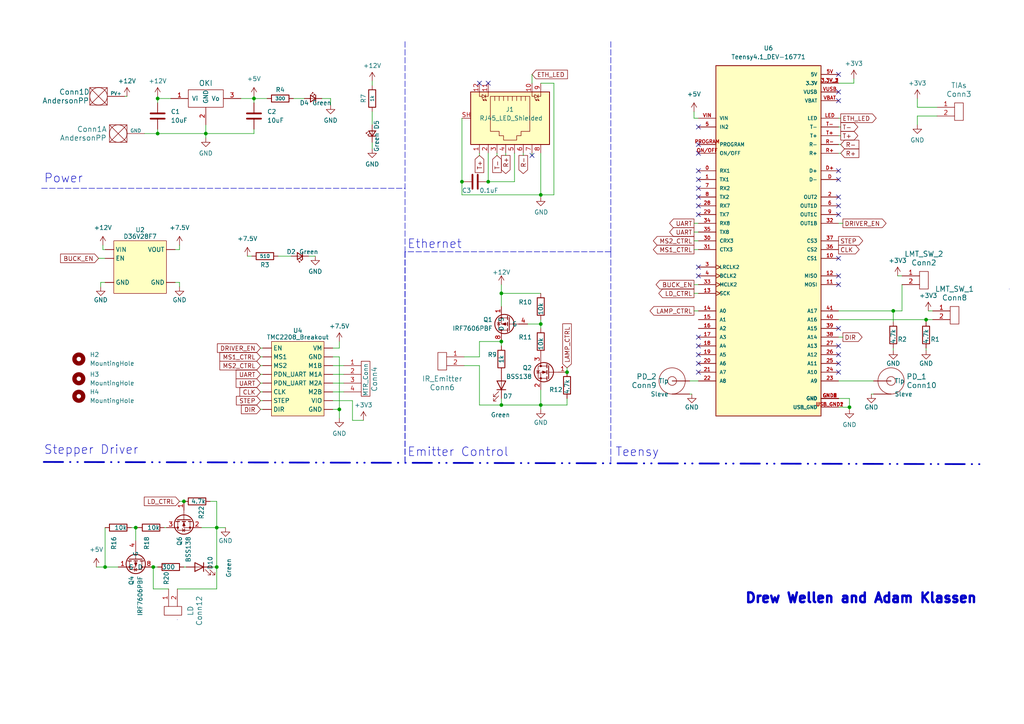
<source format=kicad_sch>
(kicad_sch (version 20230121) (generator eeschema)
  (paper "A4")
  (title_block (title "FTIR Spectrometer Boards") (date "2023-09-23") (rev "2024_Rev1") (company "Mars Rover Design Team"))
  (lib_symbols
    (symbol "BSS138_4" (pin_names hide)
      (property "Reference" "Q" (at 5.08 1.905 0))
      (property "Value" "BSS138_4" (at 5.08 0 0))
      (symbol "BSS138_4_1_1"
        (pin input line (at -5.08 0 0) (length 2.54) (name "G") (number "1"))
        (pin passive line (at 2.54 -5.08 90) (length 2.54) (name "S") (number "2"))
        (pin passive line (at 2.54 5.08 270) (length 2.54) (name "D") (number "3"))
      )
    )
    (symbol "Connector:RJ45_LED_Shielded" (pin_names (offset 1.016))
      (property "Reference" "J" (at -5.08 13.97 0))
      (property "Value" "RJ45_LED_Shielded" (at 1.27 13.97 0))
      (symbol "RJ45_LED_Shielded_1_1"
        (pin passive line (at 10.16 -7.62 180) (length 2.54) (name "~") (number "1"))
        (pin passive line (at -10.16 7.62 0) (length 2.54) (name "~") (number "10"))
        (pin passive line (at -10.16 -5.08 0) (length 2.54) (name "~") (number "11"))
        (pin passive line (at -10.16 -7.62 0) (length 2.54) (name "~") (number "12"))
        (pin passive line (at 10.16 -5.08 180) (length 2.54) (name "~") (number "2"))
        (pin passive line (at 10.16 -2.54 180) (length 2.54) (name "~") (number "3"))
        (pin passive line (at 10.16 0 180) (length 2.54) (name "~") (number "4"))
        (pin passive line (at 10.16 2.54 180) (length 2.54) (name "~") (number "5"))
        (pin passive line (at 10.16 5.08 180) (length 2.54) (name "~") (number "6"))
        (pin passive line (at 10.16 7.62 180) (length 2.54) (name "~") (number "7"))
        (pin passive line (at 10.16 10.16 180) (length 2.54) (name "~") (number "8"))
        (pin passive line (at -10.16 10.16 0) (length 2.54) (name "~") (number "9"))
        (pin passive line (at 0 -12.7 90) (length 2.54) (name "~") (number "SH"))
      )
    )
    (symbol "Device:C" (pin_numbers hide) (pin_names (offset 0.254))
      (property "Reference" "C" (at 0.635 2.54 0))
      (property "Value" "C" (at 0.635 -2.54 0))
      (symbol "C_1_1"
        (pin passive line (at 0 3.81 270) (length 2.794) (name "~") (number "1"))
        (pin passive line (at 0 -3.81 90) (length 2.794) (name "~") (number "2"))
      )
    )
    (symbol "Device:LED" (pin_numbers hide) (pin_names (offset 1.016) hide)
      (property "Reference" "D" (at 0 2.54 0))
      (property "Value" "LED" (at 0 -2.54 0))
      (symbol "LED_1_1"
        (pin passive line (at -3.81 0 0) (length 2.54) (name "K") (number "1"))
        (pin passive line (at 3.81 0 180) (length 2.54) (name "A") (number "2"))
      )
    )
    (symbol "Device:LED_Small" (pin_numbers hide) (pin_names (offset 0.254) hide)
      (property "Reference" "D" (at -1.27 3.175 0))
      (property "Value" "LED_Small" (at -4.445 -2.54 0))
      (symbol "LED_Small_1_1"
        (pin passive line (at -2.54 0 0) (length 1.778) (name "K") (number "1"))
        (pin passive line (at 2.54 0 180) (length 1.778) (name "A") (number "2"))
      )
    )
    (symbol "Device:R" (pin_numbers hide) (pin_names (offset 0))
      (property "Reference" "R" (at 2.032 0 90))
      (property "Value" "R" (at 0 0 90))
      (symbol "R_1_1"
        (pin passive line (at 0 3.81 270) (length 1.27) (name "~") (number "1"))
        (pin passive line (at 0 -3.81 90) (length 1.27) (name "~") (number "2"))
      )
    )
    (symbol "MRDT_Connectors:AndersonPP" (pin_numbers hide) (pin_names (offset 0))
      (property "Reference" "Conn" (at 3.81 -1.27 0))
      (property "Value" "AndersonPP" (at 2.54 6.35 0))
      (symbol "AndersonPP_1_1"
        (pin input line (at 10.16 2.54 180) (length 5.08) (name "GND") (number "1"))
      )
      (symbol "AndersonPP_2_1"
        (pin input line (at 10.16 2.54 180) (length 5.08) (name "V+Log") (number "2"))
      )
      (symbol "AndersonPP_3_1"
        (pin input line (at 10.16 2.54 180) (length 5.08) (name "V+Act") (number "3"))
      )
      (symbol "AndersonPP_4_1"
        (pin input line (at 10.16 2.54 180) (length 5.08) (name "PV+") (number "4"))
      )
      (symbol "AndersonPP_5_1"
        (pin input line (at 10.16 2.54 180) (length 5.08) (name "~") (number "1"))
      )
    )
    (symbol "MRDT_Connectors:Molex_SL_02" (pin_names (offset 1.016))
      (property "Reference" "Conn" (at 3.81 -1.27 0))
      (property "Value" "Molex_SL_02" (at 1.27 6.35 0))
      (symbol "Molex_SL_02_1_1"
        (pin input line (at -5.08 3.81 0) (length 5.08) (name "~") (number "1"))
        (pin input line (at -5.08 1.27 0) (length 5.08) (name "~") (number "2"))
      )
    )
    (symbol "MRDT_Connectors:Molex_SL_04" (pin_names (offset 1.016))
      (property "Reference" "Conn" (at 3.81 -1.27 0))
      (property "Value" "Molex_SL_04" (at 1.27 11.43 0))
      (symbol "Molex_SL_04_1_1"
        (pin input line (at -5.08 8.89 0) (length 5.08) (name "~") (number "1"))
        (pin input line (at -5.08 6.35 0) (length 5.08) (name "~") (number "2"))
        (pin input line (at -5.08 3.81 0) (length 5.08) (name "~") (number "3"))
        (pin input line (at -5.08 1.27 0) (length 5.08) (name "~") (number "4"))
      )
    )
    (symbol "MRDT_Connectors:RP-SMA" (pin_numbers hide) (pin_names (offset 1.016))
      (property "Reference" "Conn" (at 3.81 -5.08 0))
      (property "Value" "RP-SMA" (at 0 5.08 0))
      (symbol "RP-SMA_1_1"
        (pin input line (at 5.08 0 180) (length 5.08) (name "Tip") (number "1"))
        (pin input line (at 5.08 -3.81 180) (length 5.08) (name "Sleve") (number "2"))
      )
    )
    (symbol "MRDT_Devices:OKI" (pin_names (offset 1.016))
      (property "Value" "OKI" (at 5.08 6.35 0))
      (symbol "OKI_1_1"
        (pin input line (at -5.08 2.54 0) (length 5.08) (name "Vi") (number "1"))
        (pin output line (at 5.08 -5.08 90) (length 5.08) (name "GND") (number "2"))
        (pin output line (at 15.24 2.54 180) (length 5.08) (name "Vo") (number "3"))
      )
    )
    (symbol "MRDT_Shields:Teensy4.1_DEV-16771" (pin_names (offset 1.016))
      (property "Reference" "U" (at -15.24 52.07 0))
      (property "Value" "Teensy4.1_DEV-16771" (at -15.24 -53.34 0))
      (symbol "Teensy4.1_DEV-16771_0_0"
        (pin bidirectional line (at -20.32 20.32 0) (length 5.08) (name "RX1") (number "0"))
        (pin bidirectional line (at -20.32 17.78 0) (length 5.08) (name "TX1") (number "1"))
        (pin bidirectional line (at 20.32 -5.08 180) (length 5.08) (name "CS1") (number "10"))
        (pin bidirectional line (at 20.32 -12.7 180) (length 5.08) (name "MOSI") (number "11"))
        (pin bidirectional line (at 20.32 -10.16 180) (length 5.08) (name "MISO") (number "12"))
        (pin bidirectional clock (at -20.32 -15.24 0) (length 5.08) (name "SCK") (number "13"))
        (pin bidirectional line (at -20.32 -20.32 0) (length 5.08) (name "A0") (number "14"))
        (pin bidirectional line (at -20.32 -22.86 0) (length 5.08) (name "A1") (number "15"))
        (pin bidirectional line (at -20.32 -25.4 0) (length 5.08) (name "A2") (number "16"))
        (pin bidirectional line (at -20.32 -27.94 0) (length 5.08) (name "A3") (number "17"))
        (pin bidirectional line (at -20.32 -30.48 0) (length 5.08) (name "A4") (number "18"))
        (pin bidirectional line (at -20.32 -33.02 0) (length 5.08) (name "A5") (number "19"))
        (pin output line (at 20.32 12.7 180) (length 5.08) (name "OUT2") (number "2"))
        (pin bidirectional line (at -20.32 -35.56 0) (length 5.08) (name "A6") (number "20"))
        (pin bidirectional line (at -20.32 -38.1 0) (length 5.08) (name "A7") (number "21"))
        (pin bidirectional line (at -20.32 -40.64 0) (length 5.08) (name "A8") (number "22"))
        (pin bidirectional line (at 20.32 -40.64 180) (length 5.08) (name "A9") (number "23"))
        (pin bidirectional line (at 20.32 -38.1 180) (length 5.08) (name "A10") (number "24"))
        (pin bidirectional line (at 20.32 -35.56 180) (length 5.08) (name "A11") (number "25"))
        (pin bidirectional line (at 20.32 -33.02 180) (length 5.08) (name "A12") (number "26"))
        (pin bidirectional line (at 20.32 -30.48 180) (length 5.08) (name "A13") (number "27"))
        (pin bidirectional line (at -20.32 10.16 0) (length 5.08) (name "RX7") (number "28"))
        (pin bidirectional line (at -20.32 7.62 0) (length 5.08) (name "TX7") (number "29"))
        (pin bidirectional clock (at -20.32 -7.62 0) (length 5.08) (name "LRCLK2") (number "3"))
        (pin power_in line (at 20.32 45.72 180) (length 5.08) (name "3.3V") (number "3.3V_1"))
        (pin power_in line (at 20.32 45.72 180) (length 5.08) (name "3.3V") (number "3.3V_2"))
        (pin power_in line (at 20.32 45.72 180) (length 5.08) (name "3.3V") (number "3.3V_3"))
        (pin bidirectional line (at -20.32 0 0) (length 5.08) (name "CRX3") (number "30"))
        (pin bidirectional line (at -20.32 -2.54 0) (length 5.08) (name "CTX3") (number "31"))
        (pin output line (at 20.32 5.08 180) (length 5.08) (name "OUT1B") (number "32"))
        (pin bidirectional clock (at -20.32 -12.7 0) (length 5.08) (name "MCLK2") (number "33"))
        (pin bidirectional line (at -20.32 5.08 0) (length 5.08) (name "RX8") (number "34"))
        (pin bidirectional line (at -20.32 2.54 0) (length 5.08) (name "TX8") (number "35"))
        (pin bidirectional line (at 20.32 -2.54 180) (length 5.08) (name "CS2") (number "36"))
        (pin bidirectional line (at 20.32 0 180) (length 5.08) (name "CS3") (number "37"))
        (pin bidirectional line (at 20.32 -27.94 180) (length 5.08) (name "A14") (number "38"))
        (pin bidirectional line (at 20.32 -25.4 180) (length 5.08) (name "A15") (number "39"))
        (pin bidirectional clock (at -20.32 -10.16 0) (length 5.08) (name "BCLK2") (number "4"))
        (pin bidirectional line (at 20.32 -22.86 180) (length 5.08) (name "A16") (number "40"))
        (pin bidirectional line (at 20.32 -20.32 180) (length 5.08) (name "A17") (number "41"))
        (pin bidirectional line (at -20.32 33.02 0) (length 5.08) (name "IN2") (number "5"))
        (pin power_in line (at 20.32 48.26 180) (length 5.08) (name "5V") (number "5V"))
        (pin output line (at 20.32 10.16 180) (length 5.08) (name "OUT1D") (number "6"))
        (pin bidirectional line (at -20.32 15.24 0) (length 5.08) (name "RX2") (number "7"))
        (pin bidirectional line (at -20.32 12.7 0) (length 5.08) (name "TX2") (number "8"))
        (pin output line (at 20.32 7.62 180) (length 5.08) (name "OUT1C") (number "9"))
        (pin bidirectional line (at 20.32 17.78 180) (length 5.08) (name "D-") (number "D"))
        (pin bidirectional line (at 20.32 20.32 180) (length 5.08) (name "D+") (number "D+"))
        (pin power_in line (at 20.32 -45.72 180) (length 5.08) (name "GND") (number "GND1"))
        (pin power_in line (at 20.32 -45.72 180) (length 5.08) (name "GND") (number "GND2"))
        (pin power_in line (at 20.32 -45.72 180) (length 5.08) (name "GND") (number "GND3"))
        (pin power_in line (at 20.32 -45.72 180) (length 5.08) (name "GND") (number "GND4"))
        (pin power_in line (at 20.32 -45.72 180) (length 5.08) (name "GND") (number "GND5"))
        (pin bidirectional line (at 20.32 35.56 180) (length 5.08) (name "LED") (number "LED"))
        (pin bidirectional line (at -20.32 25.4 0) (length 5.08) (name "ON/OFF") (number "ON/OFF"))
        (pin bidirectional line (at -20.32 27.94 0) (length 5.08) (name "PROGRAM") (number "PROGRAM"))
        (pin bidirectional line (at 20.32 25.4 180) (length 5.08) (name "R+") (number "R+"))
        (pin bidirectional line (at 20.32 27.94 180) (length 5.08) (name "R-") (number "R-"))
        (pin bidirectional line (at 20.32 30.48 180) (length 5.08) (name "T+") (number "T+"))
        (pin bidirectional line (at 20.32 33.02 180) (length 5.08) (name "T-") (number "T-"))
        (pin power_in line (at 20.32 -48.26 180) (length 5.08) (name "USB_GND") (number "USB_GND1"))
        (pin power_in line (at 20.32 -48.26 180) (length 5.08) (name "USB_GND") (number "USB_GND2"))
        (pin passive line (at 20.32 40.64 180) (length 5.08) (name "VBAT") (number "VBAT"))
        (pin input line (at -20.32 35.56 0) (length 5.08) (name "VIN") (number "VIN"))
        (pin passive line (at 20.32 43.18 180) (length 5.08) (name "VUSB") (number "VUSB"))
      )
    )
    (symbol "Mechanical:MountingHole" (pin_names (offset 1.016))
      (property "Reference" "H" (at 0 5.08 0))
      (property "Value" "MountingHole" (at 0 3.175 0))
    )
    (symbol "Stepper_Driver_Headers:Pololu_7v5_Stepdown" (pin_numbers hide)
      (property "Reference" "U?" (at 0 6.985 0))
      (symbol "Pololu_7v5_Stepdown_1_1"
        (pin input line (at -10.16 0.635 0) (length 2.54) (name "EN") (number "EN"))
        (pin input line (at -10.16 -6.35 0) (length 2.54) (name "GND") (number "GND"))
        (pin input line (at 10.16 -6.35 180) (length 2.54) (name "GND") (number "GND"))
        (pin input line (at -10.16 3.175 0) (length 2.54) (name "VIN") (number "VIN"))
        (pin input line (at 10.16 3.175 180) (length 2.54) (name "VOUT") (number "VOUT"))
      )
    )
    (symbol "Stepper_Driver_Headers:TMC2208_Breakout" (pin_numbers hide)
      (property "Reference" "U?" (at 0 6.35 0))
      (symbol "TMC2208_Breakout_1_1"
        (pin input line (at 10.16 -1.905 180) (length 2.54) (name "CLK") (number "CLK"))
        (pin input line (at 10.16 3.175 180) (length 2.54) (name "DIR") (number "DIR"))
        (pin input line (at 10.16 -14.605 180) (length 2.54) (name "EN") (number "EN"))
        (pin input line (at -10.16 -12.065 0) (length 2.54) (name "GND") (number "GND"))
        (pin input line (at -10.16 3.175 0) (length 2.54) (name "GND") (number "GND"))
        (pin output line (at -10.16 -6.985 0) (length 2.54) (name "M1A") (number "M1A"))
        (pin output line (at -10.16 -9.525 0) (length 2.54) (name "M1B") (number "M1B"))
        (pin output line (at -10.16 -4.445 0) (length 2.54) (name "M2A") (number "M2A"))
        (pin output line (at -10.16 -1.905 0) (length 2.54) (name "M2B") (number "M2B"))
        (pin input line (at 10.16 -12.065 180) (length 2.54) (name "MS1") (number "MS1"))
        (pin input line (at 10.16 -9.525 180) (length 2.54) (name "MS2") (number "MS2"))
        (pin input line (at 10.16 -6.985 180) (length 2.54) (name "PDN_UART") (number "PDN_UART"))
        (pin input line (at 10.16 -4.445 180) (length 2.54) (name "PDN_UART") (number "PDN_UART"))
        (pin input line (at 10.16 0.635 180) (length 2.54) (name "STEP") (number "STEP"))
        (pin input line (at -10.16 0.635 0) (length 2.54) (name "VIO") (number "VIO"))
        (pin input line (at -10.16 -14.605 0) (length 2.54) (name "VM") (number "VM"))
      )
    )
    (symbol "Transistor_FET:IRF7606PBF"
      (property "Reference" "Q" (at 5.08 1.905 0))
      (property "Value" "IRF7606PBF" (at 5.08 0 0))
      (symbol "IRF7606PBF_1_1"
        (pin passive line (at 2.54 -5.08 90) (length 2.54) (name "S") (number "1"))
        (pin passive line (at 2.54 -5.08 90) (length 2.54) hide (name "S") (number "2"))
        (pin passive line (at 2.54 -5.08 90) (length 2.54) hide (name "S") (number "3"))
        (pin passive line (at -5.08 0 0) (length 2.54) (name "G") (number "4"))
        (pin passive line (at 2.54 5.08 270) (length 2.54) hide (name "D") (number "5"))
        (pin passive line (at 2.54 5.08 270) (length 2.54) hide (name "D") (number "6"))
        (pin passive line (at 2.54 5.08 270) (length 2.54) hide (name "D") (number "7"))
        (pin passive line (at 2.54 5.08 270) (length 2.54) (name "D") (number "8"))
      )
    )
    (symbol "power:+12V" (power) (pin_names (offset 0))
      (property "Value" "+12V" (at 0 3.556 0))
      (symbol "+12V_1_1"
        (pin power_in line (at 0 0 90) (length 0) hide (name "+12V") (number "1"))
      )
    )
    (symbol "power:+3V3" (power) (pin_names (offset 0))
      (property "Value" "+3V3" (at 0 3.556 0))
      (symbol "+3V3_1_1"
        (pin power_in line (at 0 0 90) (length 0) hide (name "+3V3") (number "1"))
      )
    )
    (symbol "power:+5V" (power) (pin_names (offset 0))
      (property "Value" "+5V" (at 0 3.556 0))
      (symbol "+5V_1_1"
        (pin power_in line (at 0 0 90) (length 0) hide (name "+5V") (number "1"))
      )
    )
    (symbol "power:+7.5V" (power) (pin_names (offset 0))
      (property "Value" "+7.5V" (at 0 3.556 0))
      (symbol "+7.5V_1_1"
        (pin power_in line (at 0 0 90) (length 0) hide (name "+7.5V") (number "1"))
      )
    )
    (symbol "power:GND" (power) (pin_names (offset 0))
      (property "Value" "GND" (at 0 -3.81 0))
      (symbol "GND_1_1"
        (pin power_in line (at 0 0 270) (length 0) hide (name "GND") (number "1"))
      )
    )
  )
  (junction (at 73.66 28.575))
  (junction (at 30.48 164.465))
  (junction (at 156.845 56.515))
  (junction (at 156.845 93.98))
  (junction (at 141.605 52.705))
  (junction (at 62.865 153.035))
  (junction (at 45.72 28.575))
  (junction (at 145.415 99.06))
  (junction (at 164.465 107.95))
  (junction (at 145.415 85.09))
  (junction (at 156.845 117.475))
  (junction (at 259.08 90.17))
  (junction (at 45.72 38.735))
  (junction (at 145.415 117.475))
  (junction (at 39.37 153.035))
  (junction (at 53.34 145.415))
  (junction (at 62.865 164.465))
  (junction (at 44.45 164.465))
  (junction (at 133.985 52.705))
  (junction (at 268.605 92.71))
  (junction (at 98.425 118.745))
  (junction (at 59.69 38.735))
  (junction (at 246.38 118.11))
  (no_connect (at 202.565 102.87))
  (no_connect (at 202.565 52.07))
  (no_connect (at 243.205 74.93))
  (no_connect (at 243.205 49.53))
  (no_connect (at 202.565 105.41))
  (no_connect (at 141.605 24.13))
  (no_connect (at 202.565 54.61))
  (no_connect (at 243.205 100.33))
  (no_connect (at 243.205 21.59))
  (no_connect (at 243.205 57.15))
  (no_connect (at 243.205 26.67))
  (no_connect (at 154.305 45.085))
  (no_connect (at 243.205 62.23))
  (no_connect (at 243.205 95.25))
  (no_connect (at 202.565 59.69))
  (no_connect (at 243.205 80.01))
  (no_connect (at 243.205 82.55))
  (no_connect (at 202.565 107.95))
  (no_connect (at 202.565 36.83))
  (no_connect (at 243.205 52.07))
  (no_connect (at 202.565 77.47))
  (no_connect (at 243.205 107.95))
  (no_connect (at 202.565 100.33))
  (no_connect (at 202.565 57.15))
  (no_connect (at 139.065 24.13))
  (no_connect (at 202.565 80.01))
  (no_connect (at 243.205 59.69))
  (no_connect (at 202.565 49.53))
  (no_connect (at 202.565 41.91))
  (no_connect (at 243.205 105.41))
  (no_connect (at 202.565 97.79))
  (no_connect (at 202.565 44.45))
  (no_connect (at 243.205 102.87))
  (no_connect (at 202.565 62.23))
  (no_connect (at 243.205 29.21))
  (wire (pts (xy 75.565 111.125) (xy 76.2 111.125)))
  (wire (pts (xy 62.865 170.815) (xy 62.865 164.465)))
  (wire (pts (xy 243.84 39.37) (xy 243.205 39.37)))
  (wire (pts (xy 149.225 52.705) (xy 141.605 52.705)))
  (wire (pts (xy 141.605 44.45) (xy 141.605 52.705)))
  (wire (pts (xy 243.84 44.45) (xy 243.205 44.45)))
  (wire (pts (xy 96.52 108.585) (xy 99.695 108.585)))
  (wire (pts (xy 164.465 117.475) (xy 164.465 115.57)))
  (wire (pts (xy 243.84 34.29) (xy 243.205 34.29)))
  (wire (pts (xy 134.62 106.045) (xy 139.065 106.045)))
  (wire (pts (xy 145.415 117.475) (xy 145.415 115.57)))
  (wire (pts (xy 259.08 90.17) (xy 243.205 90.17)))
  (wire (pts (xy 107.95 32.385) (xy 107.95 36.195)))
  (wire (pts (xy 156.845 117.475) (xy 145.415 117.475)))
  (wire (pts (xy 268.605 93.345) (xy 268.605 92.71)))
  (wire (pts (xy 105.41 121.92) (xy 102.235 121.92)))
  (wire (pts (xy 156.845 57.15) (xy 156.845 56.515)))
  (wire (pts (xy 96.52 103.505) (xy 98.425 103.505)))
  (wire (pts (xy 52.07 145.415) (xy 53.34 145.415)))
  (wire (pts (xy 75.565 113.665) (xy 76.2 113.665)))
  (wire (pts (xy 62.865 153.035) (xy 62.865 164.465)))
  (wire (pts (xy 62.865 145.415) (xy 62.865 153.035)))
  (wire (pts (xy 246.38 115.57) (xy 246.38 118.11)))
  (wire (pts (xy 29.845 72.39) (xy 29.845 71.12)))
  (wire (pts (xy 75.565 108.585) (xy 76.2 108.585)))
  (wire (pts (xy 29.21 83.185) (xy 29.21 81.915)))
  (wire (pts (xy 59.69 38.735) (xy 73.66 38.735)))
  (wire (pts (xy 96.52 106.045) (xy 99.695 106.045)))
  (wire (pts (xy 107.95 41.275) (xy 107.95 43.18)))
  (wire (pts (xy 200.66 114.3) (xy 200.025 114.3)))
  (wire (pts (xy 52.07 81.915) (xy 50.8 81.915)))
  (wire (pts (xy 98.425 103.505) (xy 98.425 118.745)))
  (wire (pts (xy 261.62 90.17) (xy 259.08 90.17)))
  (wire (pts (xy 246.38 118.11) (xy 246.38 118.745)))
  (wire (pts (xy 156.845 85.09) (xy 145.415 85.09)))
  (polyline (pts (xy 12.7 133.985) (xy 284.48 134.62)) (stroke (width 0.508) (type dash_dot_dot)))
  (wire (pts (xy 69.85 28.575) (xy 73.66 28.575)))
  (wire (pts (xy 139.065 106.045) (xy 139.065 117.475)))
  (polyline (pts (xy 177.165 73.025) (xy 177.165 133.985)) (stroke (width 0) (type dash)))
  (wire (pts (xy 268.605 92.71) (xy 243.205 92.71)))
  (wire (pts (xy 27.94 164.465) (xy 30.48 164.465)))
  (wire (pts (xy 52.07 83.185) (xy 52.07 81.915)))
  (wire (pts (xy 259.08 101.6) (xy 259.08 100.965)))
  (wire (pts (xy 62.865 164.465) (xy 61.595 164.465)))
  (wire (pts (xy 85.09 28.575) (xy 88.265 28.575)))
  (wire (pts (xy 71.755 74.295) (xy 73.025 74.295)))
  (wire (pts (xy 75.565 116.205) (xy 76.2 116.205)))
  (wire (pts (xy 133.985 34.29) (xy 133.985 52.705)))
  (wire (pts (xy 30.48 72.39) (xy 29.845 72.39)))
  (wire (pts (xy 96.52 111.125) (xy 99.695 111.125)))
  (wire (pts (xy 201.295 82.55) (xy 202.565 82.55)))
  (wire (pts (xy 38.1 153.035) (xy 39.37 153.035)))
  (polyline (pts (xy 117.475 73.025) (xy 117.475 133.985)) (stroke (width 0) (type dash)))
  (wire (pts (xy 145.415 82.55) (xy 145.415 85.09)))
  (wire (pts (xy 59.69 38.735) (xy 59.69 40.005)))
  (wire (pts (xy 133.985 56.515) (xy 156.845 56.515)))
  (polyline (pts (xy 117.475 73.025) (xy 117.475 133.985)) (stroke (width 0) (type dash)))
  (wire (pts (xy 36.83 27.94) (xy 36.195 27.94)))
  (wire (pts (xy 62.865 145.415) (xy 60.96 145.415)))
  (wire (pts (xy 156.845 93.98) (xy 153.035 93.98)))
  (polyline (pts (xy 51.435 179.705) (xy 51.435 179.705)))
  (wire (pts (xy 96.52 113.665) (xy 99.695 113.665)))
  (wire (pts (xy 144.145 45.085) (xy 144.145 44.45)))
  (wire (pts (xy 102.235 116.205) (xy 96.52 116.205)))
  (wire (pts (xy 243.84 41.91) (xy 243.205 41.91)))
  (wire (pts (xy 200.025 110.49) (xy 202.565 110.49)))
  (wire (pts (xy 80.645 74.295) (xy 84.455 74.295)))
  (wire (pts (xy 73.66 28.575) (xy 77.47 28.575)))
  (wire (pts (xy 28.575 74.93) (xy 30.48 74.93)))
  (wire (pts (xy 201.295 72.39) (xy 202.565 72.39)))
  (wire (pts (xy 89.535 74.295) (xy 91.44 74.295)))
  (wire (pts (xy 201.295 69.85) (xy 202.565 69.85)))
  (wire (pts (xy 201.295 85.09) (xy 202.565 85.09)))
  (wire (pts (xy 271.78 33.655) (xy 266.065 33.655)))
  (polyline (pts (xy 292.735 83.82) (xy 292.735 83.82)))
  (wire (pts (xy 139.065 45.085) (xy 139.065 44.45)))
  (wire (pts (xy 244.475 97.79) (xy 243.205 97.79)))
  (wire (pts (xy 247.65 24.13) (xy 247.65 22.86)))
  (wire (pts (xy 73.66 38.735) (xy 73.66 37.465)))
  (wire (pts (xy 39.37 153.035) (xy 39.37 156.845)))
  (wire (pts (xy 201.295 64.77) (xy 202.565 64.77)))
  (wire (pts (xy 145.415 99.06) (xy 139.065 99.06)))
  (wire (pts (xy 45.72 38.735) (xy 59.69 38.735)))
  (wire (pts (xy 243.205 115.57) (xy 246.38 115.57)))
  (wire (pts (xy 145.415 85.09) (xy 145.415 88.9)))
  (wire (pts (xy 243.205 118.11) (xy 246.38 118.11)))
  (wire (pts (xy 154.305 45.085) (xy 154.305 44.45)))
  (wire (pts (xy 261.62 82.55) (xy 261.62 90.17)))
  (wire (pts (xy 45.72 27.94) (xy 45.72 28.575)))
  (wire (pts (xy 201.295 67.31) (xy 202.565 67.31)))
  (wire (pts (xy 201.295 90.17) (xy 202.565 90.17)))
  (wire (pts (xy 156.845 113.03) (xy 156.845 117.475)))
  (wire (pts (xy 156.845 56.515) (xy 160.655 56.515)))
  (wire (pts (xy 201.295 32.385) (xy 201.295 34.29)))
  (wire (pts (xy 139.065 99.06) (xy 139.065 103.505)))
  (wire (pts (xy 30.48 153.035) (xy 30.48 164.465)))
  (wire (pts (xy 45.72 29.845) (xy 45.72 28.575)))
  (polyline (pts (xy 12.065 54.61) (xy 117.475 54.61)) (stroke (width 0) (type dash)))
  (wire (pts (xy 270.51 92.71) (xy 268.605 92.71)))
  (wire (pts (xy 139.065 117.475) (xy 145.415 117.475)))
  (wire (pts (xy 44.45 170.815) (xy 48.895 170.815)))
  (wire (pts (xy 98.425 118.745) (xy 98.425 121.285)))
  (wire (pts (xy 93.345 28.575) (xy 95.885 28.575)))
  (wire (pts (xy 164.465 117.475) (xy 156.845 117.475)))
  (wire (pts (xy 47.625 153.035) (xy 48.26 153.035)))
  (wire (pts (xy 253.365 110.49) (xy 243.205 110.49)))
  (wire (pts (xy 259.08 93.345) (xy 259.08 90.17)))
  (wire (pts (xy 156.845 93.98) (xy 156.845 95.25)))
  (wire (pts (xy 160.655 24.13) (xy 156.845 24.13)))
  (wire (pts (xy 146.685 45.085) (xy 146.685 44.45)))
  (wire (pts (xy 45.72 38.735) (xy 45.72 37.465)))
  (wire (pts (xy 39.37 153.035) (xy 40.005 153.035)))
  (polyline (pts (xy 177.165 73.025) (xy 117.475 73.025)) (stroke (width 0) (type dash)))
  (wire (pts (xy 75.565 106.045) (xy 76.2 106.045)))
  (polyline (pts (xy 117.475 12.065) (xy 117.475 73.025)) (stroke (width 0) (type dash)))
  (wire (pts (xy 160.655 24.13) (xy 160.655 56.515)))
  (wire (pts (xy 243.205 24.13) (xy 247.65 24.13)))
  (wire (pts (xy 45.72 164.465) (xy 44.45 164.465)))
  (wire (pts (xy 156.845 44.45) (xy 156.845 56.515)))
  (wire (pts (xy 156.845 92.71) (xy 156.845 93.98)))
  (wire (pts (xy 243.84 36.83) (xy 243.205 36.83)))
  (wire (pts (xy 75.565 100.965) (xy 76.2 100.965)))
  (polyline (pts (xy 177.165 12.065) (xy 177.165 73.025)) (stroke (width 0) (type dash)))
  (wire (pts (xy 133.985 52.705) (xy 133.985 56.515)))
  (wire (pts (xy 59.69 36.195) (xy 59.69 38.735)))
  (wire (pts (xy 52.07 72.39) (xy 52.07 71.12)))
  (wire (pts (xy 271.78 31.115) (xy 266.065 31.115)))
  (wire (pts (xy 58.42 153.035) (xy 62.865 153.035)))
  (wire (pts (xy 269.24 90.17) (xy 270.51 90.17)))
  (wire (pts (xy 96.52 118.745) (xy 98.425 118.745)))
  (wire (pts (xy 102.235 121.92) (xy 102.235 116.205)))
  (wire (pts (xy 244.475 64.77) (xy 243.205 64.77)))
  (wire (pts (xy 50.8 72.39) (xy 52.07 72.39)))
  (wire (pts (xy 49.53 28.575) (xy 45.72 28.575)))
  (wire (pts (xy 73.66 29.845) (xy 73.66 28.575)))
  (wire (pts (xy 268.605 101.6) (xy 268.605 100.965)))
  (wire (pts (xy 44.45 164.465) (xy 44.45 170.815)))
  (wire (pts (xy 260.35 80.01) (xy 261.62 80.01)))
  (wire (pts (xy 75.565 118.745) (xy 76.2 118.745)))
  (wire (pts (xy 145.415 100.33) (xy 145.415 99.06)))
  (wire (pts (xy 41.91 38.735) (xy 45.72 38.735)))
  (polyline (pts (xy 130.175 106.045) (xy 130.175 106.045)))
  (wire (pts (xy 30.48 164.465) (xy 34.29 164.465)))
  (wire (pts (xy 266.065 33.655) (xy 266.065 36.195)))
  (wire (pts (xy 201.295 34.29) (xy 202.565 34.29)))
  (wire (pts (xy 75.565 103.505) (xy 76.2 103.505)))
  (wire (pts (xy 107.95 23.495) (xy 107.95 24.765)))
  (wire (pts (xy 266.065 31.115) (xy 266.065 28.575)))
  (wire (pts (xy 95.885 28.575) (xy 95.885 30.48)))
  (wire (pts (xy 156.845 117.475) (xy 156.845 118.745)))
  (wire (pts (xy 53.975 164.465) (xy 53.34 164.465)))
  (wire (pts (xy 96.52 100.965) (xy 98.425 100.965)))
  (wire (pts (xy 154.305 21.59) (xy 154.305 24.13)))
  (wire (pts (xy 151.765 45.085) (xy 151.765 44.45)))
  (wire (pts (xy 149.225 44.45) (xy 149.225 52.705)))
  (wire (pts (xy 252.73 114.3) (xy 253.365 114.3)))
  (wire (pts (xy 51.435 170.815) (xy 62.865 170.815)))
  (wire (pts (xy 98.425 100.965) (xy 98.425 99.06)))
  (wire (pts (xy 62.865 153.035) (xy 65.405 153.035)))
  (wire (pts (xy 164.465 106.68) (xy 164.465 107.95)))
  (wire (pts (xy 139.065 103.505) (xy 134.62 103.505)))
  (wire (pts (xy 29.21 81.915) (xy 30.48 81.915)))
  (wire (pts (xy 73.66 27.94) (xy 73.66 28.575)))
  (text "Ethernet" (at 118.11 72.39 0) (effects (font (size 2.54 2.54)) (justify left bottom)))
  (text "Drew Wellen and Adam Klassen" (at 215.9 175.26 0) (effects (font (size 2.794 2.794) (thickness 0.762) bold) (justify left bottom)))
  (text "Teensy" (at 178.435 132.715 0) (effects (font (size 2.54 2.54)) (justify left bottom)))
  (text "Power" (at 12.7 53.34 0) (effects (font (size 2.54 2.54)) (justify left bottom)))
  (text "Emitter Control" (at 118.11 132.715 0) (effects (font (size 2.54 2.54)) (justify left bottom)))
  (text "Stepper Driver" (at 12.7 132.08 0) (effects (font (size 2.54 2.54)) (justify left bottom)))
  (global_label "CLK" (shape output) (at 243.205 72.39 0) (property "Intersheetrefs" "${INTERSHEET_REFS}" (effects hide)))
  (global_label "LD_CTRL" (shape input) (at 52.07 145.415 180) (property "Intersheetrefs" "${INTERSHEET_REFS}" (effects hide)))
  (global_label "T+" (shape input) (at 139.065 45.085 270) (property "Intersheetrefs" "${INTERSHEET_REFS}" (effects hide)))
  (global_label "LD_CTRL" (shape output) (at 201.295 85.09 180) (property "Intersheetrefs" "${INTERSHEET_REFS}" (effects hide)))
  (global_label "STEP" (shape output) (at 243.205 69.85 0) (property "Intersheetrefs" "${INTERSHEET_REFS}" (effects hide)))
  (global_label "R-" (shape output) (at 151.765 45.085 270) (property "Intersheetrefs" "${INTERSHEET_REFS}" (effects hide)))
  (global_label "DRIVER_EN" (shape output) (at 244.475 64.77 0) (property "Intersheetrefs" "${INTERSHEET_REFS}" (effects hide)))
  (global_label "UART" (shape output) (at 201.295 64.77 180) (property "Intersheetrefs" "${INTERSHEET_REFS}" (effects hide)))
  (global_label "DIR" (shape input) (at 75.565 118.745 180) (property "Intersheetrefs" "${INTERSHEET_REFS}" (effects hide)))
  (global_label "R-" (shape input) (at 243.84 41.91 0) (property "Intersheetrefs" "${INTERSHEET_REFS}" (effects hide)))
  (global_label "MS1_CTRL" (shape input) (at 75.565 103.505 180) (property "Intersheetrefs" "${INTERSHEET_REFS}" (effects hide)))
  (global_label "R+" (shape input) (at 243.84 44.45 0) (property "Intersheetrefs" "${INTERSHEET_REFS}" (effects hide)))
  (global_label "BUCK_EN" (shape input) (at 28.575 74.93 180) (property "Intersheetrefs" "${INTERSHEET_REFS}" (effects hide)))
  (global_label "MS2_CTRL" (shape input) (at 75.565 106.045 180) (property "Intersheetrefs" "${INTERSHEET_REFS}" (effects hide)))
  (global_label "T-" (shape output) (at 243.84 36.83 0) (property "Intersheetrefs" "${INTERSHEET_REFS}" (effects hide)))
  (global_label "MS1_CTRL" (shape output) (at 201.295 72.39 180) (property "Intersheetrefs" "${INTERSHEET_REFS}" (effects hide)))
  (global_label "UART" (shape input) (at 75.565 111.125 180) (property "Intersheetrefs" "${INTERSHEET_REFS}" (effects hide)))
  (global_label "CLK" (shape input) (at 75.565 113.665 180) (property "Intersheetrefs" "${INTERSHEET_REFS}" (effects hide)))
  (global_label "LAMP_CTRL" (shape input) (at 164.465 106.68 90) (property "Intersheetrefs" "${INTERSHEET_REFS}" (effects hide)))
  (global_label "STEP" (shape input) (at 75.565 116.205 180) (property "Intersheetrefs" "${INTERSHEET_REFS}" (effects hide)))
  (global_label "DRIVER_EN" (shape input) (at 75.565 100.965 180) (property "Intersheetrefs" "${INTERSHEET_REFS}" (effects hide)))
  (global_label "ETH_LED" (shape input) (at 154.305 21.59 0) (property "Intersheetrefs" "${INTERSHEET_REFS}" (effects hide)))
  (global_label "T-" (shape input) (at 144.145 45.085 270) (property "Intersheetrefs" "${INTERSHEET_REFS}" (effects hide)))
  (global_label "MS2_CTRL" (shape output) (at 201.295 69.85 180) (property "Intersheetrefs" "${INTERSHEET_REFS}" (effects hide)))
  (global_label "DIR" (shape output) (at 244.475 97.79 0) (property "Intersheetrefs" "${INTERSHEET_REFS}" (effects hide)))
  (global_label "UART" (shape input) (at 75.565 108.585 180) (property "Intersheetrefs" "${INTERSHEET_REFS}" (effects hide)))
  (global_label "LAMP_CTRL" (shape output) (at 201.295 90.17 180) (property "Intersheetrefs" "${INTERSHEET_REFS}" (effects hide)))
  (global_label "R+" (shape output) (at 146.685 45.085 270) (property "Intersheetrefs" "${INTERSHEET_REFS}" (effects hide)))
  (global_label "BUCK_EN" (shape output) (at 201.295 82.55 180) (property "Intersheetrefs" "${INTERSHEET_REFS}" (effects hide)))
  (global_label "UART" (shape output) (at 201.295 67.31 180) (property "Intersheetrefs" "${INTERSHEET_REFS}" (effects hide)))
  (global_label "ETH_LED" (shape output) (at 243.84 34.29 0) (property "Intersheetrefs" "${INTERSHEET_REFS}" (effects hide)))
  (global_label "T+" (shape output) (at 243.84 39.37 0) (property "Intersheetrefs" "${INTERSHEET_REFS}" (effects hide)))
  (symbol (lib_id "Mechanical:MountingHole") (at 22.86 109.855 0) (unit 1)
    (property "Reference" "H3" (at 26.035 108.5849 0) (effects (justify left)))
    (property "Value" "MountingHole" (at 26.035 111.1249 0) (effects (justify left)))
    (property "Footprint" "MRDT_Drill_Holes:4_40_Hole_Corner" (effects hide))
  )
  (symbol (lib_id "power:+5V") (at 201.295 32.385 0) (unit 1)
    (property "Reference" "#PWR037" (effects hide))
    (property "Value" "+5V" (at 201.295 27.305 0))
  )
  (symbol (lib_id "power:+12V") (at 45.72 27.94 0) (unit 1)
    (property "Reference" "#PWR07" (effects hide))
    (property "Value" "+12V" (at 45.72 23.495 0))
  )
  (symbol (lib_id "MRDT_Connectors:Molex_SL_02") (at 266.7 83.82 0) (unit 1)
    (property "Reference" "Conn2" (at 267.97 76.2 0) (effects (font (size 1.524 1.524))))
    (property "Value" "LMT_SW_2" (at 267.97 73.66 0) (effects (font (size 1.524 1.524))))
    (property "Footprint" "MRDT_Connectors:MOLEX_SL_02_Vertical" (effects hide))
  )
  (symbol (lib_id "Device:R") (at 81.28 28.575 270) (unit 1)
    (property "Reference" "R4" (at 81.28 26.035 90))
    (property "Value" "300" (at 81.28 28.575 90) (effects (font (size 0.9906 0.9906))))
    (property "Footprint" "Resistor_SMD:R_0603_1608Metric_Pad0.98x0.95mm_HandSolder" (effects hide))
  )
  (symbol (lib_id "Device:LED_Small") (at 107.95 38.735 90) (unit 1)
    (property "Reference" "D5" (at 109.22 36.195 0))
    (property "Value" "Green" (at 109.22 41.275 0))
    (property "Footprint" "LED_SMD:LED_0603_1608Metric_Pad1.05x0.95mm_HandSolder" (effects hide))
  )
  (symbol (lib_id "Device:R") (at 156.845 99.06 0) (mirror y) (unit 1)
    (property "Reference" "R11" (at 154.305 97.7899 0) (effects (justify left)))
    (property "Value" "10k" (at 156.845 101.6 90) (effects (justify left)))
    (property "Footprint" "Resistor_SMD:R_0603_1608Metric_Pad0.98x0.95mm_HandSolder" (effects hide))
  )
  (symbol (lib_id "Device:R") (at 268.605 97.155 0) (unit 1)
    (property "Reference" "R1" (at 269.875 98.425 0) (effects (justify left)))
    (property "Value" "4.7k" (at 268.605 99.695 90) (effects (justify left)))
    (property "Footprint" "Resistor_SMD:R_0603_1608Metric_Pad0.98x0.95mm_HandSolder" (effects hide))
  )
  (symbol (lib_id "Stepper_Driver_Headers:Pololu_7v5_Stepdown") (at 40.64 75.565 0) (unit 1)
    (property "Reference" "U2" (at 40.64 66.675 0))
    (property "Value" "D36V28F7" (at 40.64 68.58 0))
    (property "Footprint" "FTIR_Footprints:D36V28F7_Buck" (effects hide))
    (property "Datasheet" "https://www.pololu.com/product/3784" (effects hide))
  )
  (symbol (lib_id "Device:R") (at 107.95 28.575 0) (unit 1)
    (property "Reference" "R7" (at 105.41 28.575 90))
    (property "Value" "1k" (at 107.95 28.575 90) (effects (font (size 0.9906 0.9906))))
    (property "Footprint" "Resistor_SMD:R_0603_1608Metric_Pad0.98x0.95mm_HandSolder" (effects hide))
  )
  (symbol (lib_id "Device:LED_Small") (at 86.995 74.295 180) (unit 1)
    (property "Reference" "D2" (at 84.455 73.025 0))
    (property "Value" "Green" (at 89.535 73.025 0))
    (property "Footprint" "LED_SMD:LED_0603_1608Metric_Pad1.05x0.95mm_HandSolder" (effects hide))
  )
  (symbol (lib_id "MRDT_Connectors:Molex_SL_02") (at 52.705 175.895 90) (mirror x) (unit 1)
    (property "Reference" "Conn12" (at 57.785 177.165 0) (effects (font (size 1.524 1.524))))
    (property "Value" "LD" (at 55.245 177.165 0) (effects (font (size 1.524 1.524))))
    (property "Footprint" "MRDT_Connectors:MOLEX_SL_02_Vertical" (effects hide))
  )
  (symbol (lib_id "Device:R") (at 76.835 74.295 90) (unit 1)
    (property "Reference" "R3" (at 76.835 76.835 90))
    (property "Value" "510" (at 76.835 74.295 90) (effects (font (size 0.9906 0.9906))))
    (property "Footprint" "Resistor_SMD:R_0603_1608Metric_Pad0.98x0.95mm_HandSolder" (effects hide))
  )
  (symbol (lib_id "Stepper_Driver_Headers:TMC2208_Breakout") (at 86.36 115.57 180) (unit 1)
    (property "Reference" "U4" (at 86.36 95.885 0))
    (property "Value" "TMC2208_Breakout" (at 86.36 97.79 0))
    (property "Footprint" "FTIR_Footprints:MODULE_TMC2208_SILENTSTEPSTICK" (effects hide))
    (property "Datasheet" "https://www.newark.com/trinamic-analog-devices/tmc2208silentstepstick/eval-board-stepper-motor-driver/dp/74AJ4721?gclid=Cj0KCQjw06-oBhC6ARIsAGuzdw2M2J1qAdIRw3TJxxK40WKYNUNoSPkKRJYgsNk1Jrf-G6uFH8tsBs4aAiByEALw_wcB&mckv=_dc|pcrid||plid||kword||match||slid||product|74AJ4721|pgrid||ptaid||&CMP=KNC-GUSA-GEN-Shopping-PMAX-Med-MARGIN-S43" (effects hide))
  )
  (symbol (lib_id "Device:R") (at 43.815 153.035 90) (mirror x) (unit 1)
    (property "Reference" "R18" (at 42.5449 155.575 0) (effects (justify left)))
    (property "Value" "10k" (at 46.355 153.035 90) (effects (justify left)))
    (property "Footprint" "Resistor_SMD:R_0603_1608Metric_Pad0.98x0.95mm_HandSolder" (effects hide))
  )
  (symbol (lib_id "Device:R") (at 259.08 97.155 0) (unit 1)
    (property "Reference" "R2" (at 260.35 98.425 0) (effects (justify left)))
    (property "Value" "4.7k" (at 259.08 99.695 90) (effects (justify left)))
    (property "Footprint" "Resistor_SMD:R_0603_1608Metric_Pad0.98x0.95mm_HandSolder" (effects hide))
  )
  (symbol (lib_id "Device:R") (at 57.15 145.415 90) (mirror x) (unit 1)
    (property "Reference" "R22" (at 58.42 146.685 0) (effects (justify left)))
    (property "Value" "4.7k" (at 59.69 145.415 90) (effects (justify left)))
    (property "Footprint" "Resistor_SMD:R_0603_1608Metric_Pad0.98x0.95mm_HandSolder" (effects hide))
  )
  (symbol (lib_id "Device:R") (at 164.465 111.76 0) (mirror y) (unit 1)
    (property "Reference" "R12" (at 163.195 113.03 0) (effects (justify left)))
    (property "Value" "4.7k" (at 164.465 114.3 90) (effects (justify left)))
    (property "Footprint" "Resistor_SMD:R_0603_1608Metric_Pad0.98x0.95mm_HandSolder" (effects hide))
  )
  (symbol (lib_id "power:+5V") (at 27.94 164.465 0) (unit 1)
    (property "Reference" "#PWR042" (effects hide))
    (property "Value" "+5V" (at 27.94 159.385 0))
  )
  (symbol (lib_id "Device:C") (at 137.795 52.705 270) (unit 1)
    (property "Reference" "C3" (at 133.985 55.245 90) (effects (justify left)))
    (property "Value" "0.1uF" (at 139.065 55.245 90) (effects (justify left)))
    (property "Footprint" "Capacitor_SMD:C_0603_1608Metric_Pad1.08x0.95mm_HandSolder" (effects hide))
    (property "Datasheet" "https://media.digikey.com/pdf/Data%20Sheets/Samsung%20PDFs/CL10B104KO8NNNC_Spec.pdf" (effects hide))
  )
  (symbol (lib_id "MRDT_Connectors:Molex_SL_02") (at 275.59 93.98 0) (unit 1)
    (property "Reference" "Conn8" (at 276.86 86.36 0) (effects (font (size 1.524 1.524))))
    (property "Value" "LMT_SW_1" (at 276.86 83.82 0) (effects (font (size 1.524 1.524))))
    (property "Footprint" "MRDT_Connectors:MOLEX_SL_02_Vertical" (effects hide))
  )
  (symbol (lib_id "power:GND") (at 98.425 121.285 0) (unit 1)
    (property "Reference" "#PWR020" (effects hide))
    (property "Value" "GND" (at 98.425 125.73 0))
  )
  (symbol (lib_id "power:+3V3") (at 247.65 22.86 0) (unit 1)
    (property "Reference" "#PWR06" (effects hide))
    (property "Value" "+3V3" (at 247.65 18.415 0))
  )
  (symbol (lib_id "power:+12V") (at 29.845 71.12 0) (unit 1)
    (property "Reference" "#PWR02" (effects hide))
    (property "Value" "+12V" (at 29.845 66.04 0))
  )
  (symbol (lib_id "Device:R") (at 34.29 153.035 90) (mirror x) (unit 1)
    (property "Reference" "R16" (at 33.0199 155.575 0) (effects (justify left)))
    (property "Value" "10k" (at 36.83 153.035 90) (effects (justify left)))
    (property "Footprint" "Resistor_SMD:R_0603_1608Metric_Pad0.98x0.95mm_HandSolder" (effects hide))
  )
  (symbol (lib_id "power:GND") (at 246.38 118.745 0) (unit 1)
    (property "Reference" "#PWR039" (effects hide))
    (property "Value" "GND" (at 246.38 123.19 0))
  )
  (symbol (lib_id "Mechanical:MountingHole") (at 22.86 104.14 0) (unit 1)
    (property "Reference" "H2" (at 26.035 102.8699 0) (effects (justify left)))
    (property "Value" "MountingHole" (at 26.035 105.4099 0) (effects (justify left)))
    (property "Footprint" "MRDT_Drill_Holes:4_40_Hole_Corner" (effects hide))
  )
  (symbol (lib_name "BSS138_4") (lib_id "Transistor_FET:BSS138") (at 159.385 107.95 0) (mirror y) (unit 1)
    (property "Reference" "Q2" (at 154.305 106.68 0) (effects (justify left)))
    (property "Value" "BSS138" (at 154.305 109.22 0) (effects (justify left)))
    (property "Footprint" "Package_TO_SOT_SMD:SOT-23" (effects hide))
    (property "Datasheet" "https://www.onsemi.com/pub/Collateral/BSS138-D.PDF" (effects hide))
  )
  (symbol (lib_id "power:GND") (at 59.69 40.005 0) (unit 1)
    (property "Reference" "#PWR010" (effects hide))
    (property "Value" "GND" (at 59.69 44.45 0))
  )
  (symbol (lib_id "Mechanical:MountingHole") (at 22.86 114.935 0) (unit 1)
    (property "Reference" "H4" (at 26.035 113.6649 0) (effects (justify left)))
    (property "Value" "MountingHole" (at 26.035 116.2049 0) (effects (justify left)))
    (property "Footprint" "MRDT_Drill_Holes:4_40_Hole_Corner" (effects hide))
  )
  (symbol (lib_id "power:GND") (at 91.44 74.295 0) (unit 1)
    (property "Reference" "#PWR015" (effects hide))
    (property "Value" "GND" (at 91.44 78.74 0))
  )
  (symbol (lib_id "power:GND") (at 200.66 114.3 0) (mirror y) (unit 1)
    (property "Reference" "#PWR036" (effects hide))
    (property "Value" "GND" (at 200.66 118.11 0))
  )
  (symbol (lib_id "Device:R") (at 156.845 88.9 0) (mirror y) (unit 1)
    (property "Reference" "R10" (at 154.305 87.6299 0) (effects (justify left)))
    (property "Value" "10k" (at 156.845 91.44 90) (effects (justify left)))
    (property "Footprint" "Resistor_SMD:R_0603_1608Metric_Pad0.98x0.95mm_HandSolder" (effects hide))
  )
  (symbol (lib_id "power:+3V3") (at 266.065 28.575 0) (mirror y) (unit 1)
    (property "Reference" "#PWR011" (effects hide))
    (property "Value" "+3V3" (at 266.065 24.13 0))
  )
  (symbol (lib_id "power:+5V") (at 73.66 27.94 0) (unit 1)
    (property "Reference" "#PWR014" (effects hide))
    (property "Value" "+5V" (at 73.66 22.86 0))
  )
  (symbol (lib_id "power:GND") (at 29.21 83.185 0) (unit 1)
    (property "Reference" "#PWR01" (effects hide))
    (property "Value" "GND" (at 29.21 86.995 0))
  )
  (symbol (lib_id "power:+7.5V") (at 71.755 74.295 0) (unit 1)
    (property "Reference" "#PWR012" (effects hide))
    (property "Value" "+7.5V" (at 71.755 69.215 0))
  )
  (symbol (lib_id "Device:C") (at 45.72 33.655 0) (unit 1)
    (property "Reference" "C1" (at 49.53 32.385 0) (effects (justify left)))
    (property "Value" "10uF" (at 49.53 34.925 0) (effects (justify left)))
    (property "Footprint" "Capacitor_SMD:C_0603_1608Metric_Pad1.08x0.95mm_HandSolder" (effects hide))
  )
  (symbol (lib_id "power:+7.5V") (at 52.07 71.12 0) (unit 1)
    (property "Reference" "#PWR08" (effects hide))
    (property "Value" "+7.5V" (at 52.07 66.04 0))
  )
  (symbol (lib_id "power:GND") (at 52.07 83.185 0) (unit 1)
    (property "Reference" "#PWR09" (effects hide))
    (property "Value" "GND" (at 52.07 86.995 0))
  )
  (symbol (lib_id "power:GND") (at 252.73 114.3 0) (unit 1)
    (property "Reference" "#PWR040" (effects hide))
    (property "Value" "GND" (at 252.73 118.11 0))
  )
  (symbol (lib_id "power:GND") (at 266.065 36.195 0) (mirror y) (unit 1)
    (property "Reference" "#PWR016" (effects hide))
    (property "Value" "GND" (at 266.065 40.64 0))
  )
  (symbol (lib_id "power:+3V3") (at 260.35 80.01 0) (mirror y) (unit 1)
    (property "Reference" "#PWR035" (effects hide))
    (property "Value" "+3V3" (at 260.35 75.565 0))
  )
  (symbol (lib_id "power:+3V3") (at 105.41 121.92 0) (unit 1)
    (property "Reference" "#PWR022" (effects hide))
    (property "Value" "+3V3" (at 105.41 117.475 0))
  )
  (symbol (lib_id "MRDT_Connectors:Molex_SL_04") (at 104.775 114.935 0) (unit 1)
    (property "Reference" "Conn4" (at 108.585 113.665 90) (effects (font (size 1.524 1.524)) (justify left)))
    (property "Value" "MTR_Conn" (at 106.045 114.935 90) (effects (justify left)))
    (property "Footprint" "MRDT_Connectors:MOLEX_SL_04_Vertical" (effects hide))
  )
  (symbol (lib_id "power:+12V") (at 145.415 82.55 0) (mirror y) (unit 1)
    (property "Reference" "#PWR027" (effects hide))
    (property "Value" "+12V" (at 145.415 78.9742 0))
  )
  (symbol (lib_id "Connector:RJ45_LED_Shielded") (at 146.685 34.29 270) (unit 1)
    (property "Reference" "J1" (at 146.685 31.75 90) (effects (justify left)))
    (property "Value" "RJ45_LED_Shielded" (at 139.065 34.29 90) (effects (justify left)))
    (property "Footprint" "MRDT_Connectors:RJ45_Teensy" (effects hide))
  )
  (symbol (lib_id "Device:R") (at 49.53 164.465 90) (mirror x) (unit 1)
    (property "Reference" "R20" (at 48.26 165.735 0) (effects (justify left)))
    (property "Value" "300" (at 50.8 164.465 90) (effects (justify left)))
    (property "Footprint" "Resistor_SMD:R_0603_1608Metric_Pad0.98x0.95mm_HandSolder" (effects hide))
  )
  (symbol (lib_id "MRDT_Devices:OKI") (at 54.61 31.115 0) (unit 1)
    (property "Reference" "U3" (effects hide))
    (property "Value" "OKI" (at 59.69 24.13 0) (effects (font (size 1.524 1.524))))
    (property "Footprint" "MRDT_Devices:OKI_Horizontal" (effects hide))
  )
  (symbol (lib_id "Transistor_FET:IRF7606PBF") (at 147.955 93.98 180) (unit 1)
    (property "Reference" "Q1" (at 142.875 92.71 0) (effects (justify left)))
    (property "Value" "IRF7606PBF" (at 142.875 95.2499 0) (effects (justify left)))
    (property "Footprint" "Package_SO:SOP-8_3.9x4.9mm_P1.27mm" (effects hide))
    (property "Datasheet" "https://www.mouser.com/datasheet/2/408/TPC8132_datasheet_en_20140107-1151184.pdf" (effects hide))
  )
  (symbol (lib_id "power:GND") (at 107.95 43.18 0) (unit 1)
    (property "Reference" "#PWR024" (effects hide))
    (property "Value" "GND" (at 107.95 47.625 0))
  )
  (symbol (lib_id "Device:C") (at 73.66 33.655 0) (unit 1)
    (property "Reference" "C2" (at 77.47 32.385 0) (effects (justify left)))
    (property "Value" "10uF" (at 77.47 34.925 0) (effects (justify left)))
    (property "Footprint" "Capacitor_SMD:C_0603_1608Metric_Pad1.08x0.95mm_HandSolder" (effects hide))
  )
  (symbol (lib_id "power:+3V3") (at 269.24 90.17 0) (mirror y) (unit 1)
    (property "Reference" "#PWR03" (effects hide))
    (property "Value" "+3V3" (at 269.24 85.725 0))
  )
  (symbol (lib_id "MRDT_Shields:Teensy4.1_DEV-16771") (at 222.885 69.85 0) (unit 1)
    (property "Reference" "U6" (at 222.885 13.97 0))
    (property "Value" "Teensy4.1_DEV-16771" (at 222.885 16.51 0))
    (property "Footprint" "MRDT_Shields:Teensy_4_1_Ethernet" (effects hide))
    (property "STANDARD" "Manufacturer recommendations" (effects hide))
    (property "MAXIMUM_PACKAGE_HEIGHT" "4.07mm" (effects hide))
    (property "MANUFACTURER" "SparkFun Electronics" (effects hide))
    (property "PARTREV" "4.1" (effects hide))
  )
  (symbol (lib_id "MRDT_Connectors:AndersonPP") (at 31.75 41.275 0) (unit 1)
    (property "Reference" "Conn1" (at 26.67 37.465 0) (effects (font (size 1.524 1.524))))
    (property "Value" "AndersonPP" (at 24.13 40.005 0) (effects (font (size 1.524 1.524))))
    (property "Footprint" "MRDT_Connectors:Square_Anderson_2_H_Side_By_Side" (effects hide))
  )
  (symbol (lib_id "power:+7.5V") (at 98.425 99.06 0) (unit 1)
    (property "Reference" "#PWR019" (effects hide))
    (property "Value" "+7.5V" (at 98.425 94.615 0))
  )
  (symbol (lib_id "power:+12V") (at 36.83 27.94 0) (unit 1)
    (property "Reference" "#PWR013" (effects hide))
    (property "Value" "+12V" (at 36.83 23.495 0))
  )
  (symbol (lib_id "Device:R") (at 145.415 104.14 0) (mirror y) (unit 1)
    (property "Reference" "R9" (at 144.145 102.87 0) (effects (justify left)))
    (property "Value" "1k" (at 145.415 105.41 90) (effects (justify left)))
    (property "Footprint" "Resistor_SMD:R_0603_1608Metric_Pad0.98x0.95mm_HandSolder" (effects hide))
  )
  (symbol (lib_id "Device:LED") (at 57.785 164.465 0) (mirror y) (unit 1)
    (property "Reference" "D10" (at 60.96 161.29 90) (effects (justify right)))
    (property "Value" "Green" (at 66.3576 161.925 90) (effects (justify right)))
    (property "Footprint" "LED_SMD:LED_0603_1608Metric_Pad1.05x0.95mm_HandSolder" (effects hide))
  )
  (symbol (lib_id "power:+12V") (at 107.95 23.495 0) (unit 1)
    (property "Reference" "#PWR023" (effects hide))
    (property "Value" "+12V" (at 107.95 19.05 0))
  )
  (symbol (lib_id "power:GND") (at 259.08 101.6 0) (mirror y) (unit 1)
    (property "Reference" "#PWR05" (effects hide))
    (property "Value" "GND" (at 259.08 105.41 0))
  )
  (symbol (lib_id "power:GND") (at 156.845 118.745 0) (mirror y) (unit 1)
    (property "Reference" "#PWR029" (effects hide))
    (property "Value" "GND" (at 156.845 122.555 0))
  )
  (symbol (lib_id "power:GND") (at 65.405 153.035 0) (mirror y) (unit 1)
    (property "Reference" "#PWR047" (effects hide))
    (property "Value" "GND" (at 65.405 156.845 0))
  )
  (symbol (lib_id "power:GND") (at 156.845 57.15 0) (unit 1)
    (property "Reference" "#PWR028" (effects hide))
    (property "Value" "GND" (at 156.972 61.5442 0))
  )
  (symbol (lib_id "MRDT_Connectors:Molex_SL_02") (at 129.54 107.315 0) (mirror y) (unit 1)
    (property "Reference" "Conn6" (at 128.27 112.395 0) (effects (font (size 1.524 1.524))))
    (property "Value" "IR_Emitter" (at 128.27 109.855 0) (effects (font (size 1.524 1.524))))
    (property "Footprint" "MRDT_Connectors:MOLEX_SL_02_Vertical" (effects hide))
  )
  (symbol (lib_id "Device:LED") (at 145.415 111.76 270) (mirror x) (unit 1)
    (property "Reference" "D7" (at 148.59 114.935 90) (effects (justify right)))
    (property "Value" "Green" (at 147.955 120.3326 90) (effects (justify right)))
    (property "Footprint" "LED_SMD:LED_0603_1608Metric_Pad1.05x0.95mm_HandSolder" (effects hide))
  )
  (symbol (lib_id "power:GND") (at 268.605 101.6 0) (mirror y) (unit 1)
    (property "Reference" "#PWR04" (effects hide))
    (property "Value" "GND" (at 268.605 105.41 0))
  )
  (symbol (lib_id "MRDT_Connectors:RP-SMA") (at 194.945 110.49 0) (unit 1)
    (property "Reference" "Conn9" (at 190.5 111.76 0) (effects (font (size 1.524 1.524)) (justify right)))
    (property "Value" "PD_2" (at 190.5 109.22 0) (effects (font (size 1.524 1.524)) (justify right)))
    (property "Footprint" "FTIR_Footprints:142-0701-801" (effects hide))
    (property "Datasheet" "https://www.digikey.com/en/products/detail/taoglas-limited/EMPCB.SMAFSTJ.B.HT/3522337?utm_adgroup=&utm_source=google&utm_medium=cpc&utm_campaign=PMax_Product_Connectors%20and%20Interconnects&utm_term=&utm_content=&gclid=Cj0KCQjwvL-oBhCxARIsAHkOiu2gV6IwbOZ9WuFLv--P6MObOJwDspMgvSUKpoDBA3UvCzwANp0NqZUaAjNZEALw_wcB" (effects hide))
  )
  (symbol (lib_id "Device:LED_Small") (at 90.805 28.575 0) (mirror y) (unit 1)
    (property "Reference" "D4" (at 88.265 29.845 0))
    (property "Value" "Green" (at 93.345 29.845 0))
    (property "Footprint" "LED_SMD:LED_0603_1608Metric_Pad1.05x0.95mm_HandSolder" (effects hide))
  )
  (symbol (lib_id "Transistor_FET:IRF7606PBF") (at 39.37 161.925 270) (unit 1)
    (property "Reference" "Q4" (at 38.1 167.005 0) (effects (justify left)))
    (property "Value" "IRF7606PBF" (at 40.6399 167.005 0) (effects (justify left)))
    (property "Footprint" "Package_SO:SOP-8_3.9x4.9mm_P1.27mm" (effects hide))
    (property "Datasheet" "https://www.mouser.com/datasheet/2/408/TPC8132_datasheet_en_20140107-1151184.pdf" (effects hide))
  )
  (symbol (lib_id "power:GND") (at 95.885 30.48 0) (unit 1)
    (property "Reference" "#PWR018" (effects hide))
    (property "Value" "GND" (at 95.885 34.925 0))
  )
  (symbol (lib_id "MRDT_Connectors:RP-SMA") (at 258.445 110.49 0) (mirror y) (unit 1)
    (property "Reference" "Conn10" (at 262.89 111.76 0) (effects (font (size 1.524 1.524)) (justify right)))
    (property "Value" "PD_1" (at 262.89 109.22 0) (effects (font (size 1.524 1.524)) (justify right)))
    (property "Footprint" "FTIR_Footprints:142-0701-801" (effects hide))
    (property "Datasheet" "https://www.digikey.com/en/products/detail/taoglas-limited/EMPCB.SMAFSTJ.B.HT/3522337?utm_adgroup=&utm_source=google&utm_medium=cpc&utm_campaign=PMax_Product_Connectors%20and%20Interconnects&utm_term=&utm_content=&gclid=Cj0KCQjwvL-oBhCxARIsAHkOiu2gV6IwbOZ9WuFLv--P6MObOJwDspMgvSUKpoDBA3UvCzwANp0NqZUaAjNZEALw_wcB" (effects hide))
  )
  (symbol (lib_id "MRDT_Connectors:AndersonPP") (at 26.035 30.48 0) (unit 4)
    (property "Reference" "Conn1" (at 21.59 26.67 0) (effects (font (size 1.524 1.524))))
    (property "Value" "AndersonPP" (at 19.05 29.21 0) (effects (font (size 1.524 1.524))))
    (property "Footprint" "MRDT_Connectors:Square_Anderson_2_H_Side_By_Side" (effects hide))
  )
  (symbol (lib_id "MRDT_Connectors:Molex_SL_02") (at 276.86 34.925 0) (unit 1)
    (property "Reference" "Conn3" (at 278.13 27.305 0) (effects (font (size 1.524 1.524))))
    (property "Value" "TIAs" (at 278.13 24.765 0) (effects (font (size 1.524 1.524))))
    (property "Footprint" "MRDT_Connectors:MOLEX_SL_02_Vertical" (effects hide))
  )
  (symbol (lib_name "BSS138_4") (lib_id "Transistor_FET:BSS138") (at 53.34 150.495 90) (mirror x) (unit 1)
    (property "Reference" "Q6" (at 52.07 155.575 0) (effects (justify left)))
    (property "Value" "BSS138" (at 54.61 155.575 0) (effects (justify left)))
    (property "Footprint" "Package_TO_SOT_SMD:SOT-23" (effects hide))
    (property "Datasheet" "https://www.onsemi.com/pub/Collateral/BSS138-D.PDF" (effects hide))
  )
)
</source>
